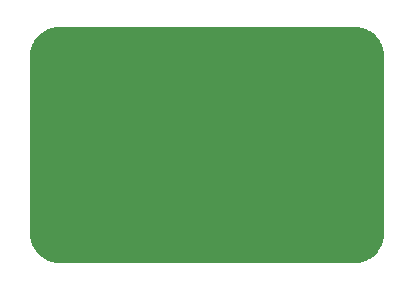
<source format=gbr>
%TF.GenerationSoftware,KiCad,Pcbnew,6.0.9+dfsg-1~bpo11+1*%
%TF.CreationDate,2022-11-06T14:52:17+01:00*%
%TF.ProjectId,filter,66696c74-6572-42e6-9b69-6361645f7063,2*%
%TF.SameCoordinates,Original*%
%TF.FileFunction,Soldermask,Bot*%
%TF.FilePolarity,Negative*%
%FSLAX46Y46*%
G04 Gerber Fmt 4.6, Leading zero omitted, Abs format (unit mm)*
G04 Created by KiCad (PCBNEW 6.0.9+dfsg-1~bpo11+1) date 2022-11-06 14:52:17*
%MOMM*%
%LPD*%
G01*
G04 APERTURE LIST*
%ADD10C,3.400000*%
G04 APERTURE END LIST*
D10*
%TO.C,H2*%
X135000000Y-70000000D03*
%TD*%
%TO.C,H4*%
X135000000Y-55000000D03*
%TD*%
%TO.C,H7*%
X125000000Y-55000000D03*
%TD*%
%TO.C,H8*%
X125000000Y-70000000D03*
%TD*%
%TO.C,H6*%
X120000000Y-70000000D03*
%TD*%
%TO.C,H1*%
X110000000Y-70000000D03*
%TD*%
%TO.C,H3*%
X120000000Y-55000000D03*
%TD*%
%TO.C,H5*%
X110000000Y-55000000D03*
%TD*%
G36*
X135004119Y-52500270D02*
G01*
X135318073Y-52520848D01*
X135334413Y-52522999D01*
X135638950Y-52583574D01*
X135654871Y-52587840D01*
X135948888Y-52687646D01*
X135964114Y-52693953D01*
X136242592Y-52831283D01*
X136256866Y-52839524D01*
X136515034Y-53012027D01*
X136528109Y-53022060D01*
X136761557Y-53226788D01*
X136773212Y-53238443D01*
X136977940Y-53471891D01*
X136987973Y-53484966D01*
X137160476Y-53743134D01*
X137168717Y-53757408D01*
X137306047Y-54035886D01*
X137312354Y-54051112D01*
X137412160Y-54345129D01*
X137416426Y-54361050D01*
X137477001Y-54665587D01*
X137479152Y-54681927D01*
X137499730Y-54995881D01*
X137500000Y-55004122D01*
X137500000Y-69995878D01*
X137499730Y-70004119D01*
X137479152Y-70318073D01*
X137477001Y-70334413D01*
X137416426Y-70638950D01*
X137412160Y-70654871D01*
X137312354Y-70948888D01*
X137306047Y-70964114D01*
X137168717Y-71242592D01*
X137160476Y-71256866D01*
X136987973Y-71515034D01*
X136977940Y-71528109D01*
X136773212Y-71761557D01*
X136761557Y-71773212D01*
X136528109Y-71977940D01*
X136515034Y-71987973D01*
X136256866Y-72160476D01*
X136242592Y-72168717D01*
X135964114Y-72306047D01*
X135948888Y-72312354D01*
X135654871Y-72412160D01*
X135638950Y-72416426D01*
X135334413Y-72477001D01*
X135318073Y-72479152D01*
X135004119Y-72499730D01*
X134995878Y-72500000D01*
X110004122Y-72500000D01*
X109995881Y-72499730D01*
X109681927Y-72479152D01*
X109665587Y-72477001D01*
X109361050Y-72416426D01*
X109345129Y-72412160D01*
X109051112Y-72312354D01*
X109035886Y-72306047D01*
X108757408Y-72168717D01*
X108743134Y-72160476D01*
X108484966Y-71987973D01*
X108471891Y-71977940D01*
X108238443Y-71773212D01*
X108226788Y-71761557D01*
X108022060Y-71528109D01*
X108012027Y-71515034D01*
X107839524Y-71256866D01*
X107831283Y-71242592D01*
X107693953Y-70964114D01*
X107687646Y-70948888D01*
X107587840Y-70654871D01*
X107583574Y-70638950D01*
X107522999Y-70334413D01*
X107520848Y-70318073D01*
X107500270Y-70004119D01*
X107500000Y-69995878D01*
X107500000Y-55004122D01*
X107500270Y-54995881D01*
X107520848Y-54681927D01*
X107522999Y-54665587D01*
X107583574Y-54361050D01*
X107587840Y-54345129D01*
X107687646Y-54051112D01*
X107693953Y-54035886D01*
X107831283Y-53757408D01*
X107839524Y-53743134D01*
X108012027Y-53484966D01*
X108022060Y-53471891D01*
X108226788Y-53238443D01*
X108238443Y-53226788D01*
X108471891Y-53022060D01*
X108484966Y-53012027D01*
X108743134Y-52839524D01*
X108757408Y-52831283D01*
X109035886Y-52693953D01*
X109051112Y-52687646D01*
X109345129Y-52587840D01*
X109361050Y-52583574D01*
X109665587Y-52522999D01*
X109681927Y-52520848D01*
X109995881Y-52500270D01*
X110004122Y-52500000D01*
X134995878Y-52500000D01*
X135004119Y-52500270D01*
G37*
M02*

</source>
